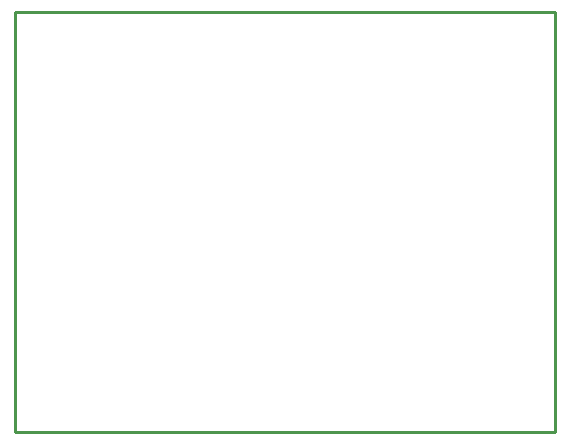
<source format=gm1>
G04*
G04 #@! TF.GenerationSoftware,Altium Limited,CircuitMaker,2.2.1 (2.2.1.6)*
G04*
G04 Layer_Color=16740166*
%FSAX24Y24*%
%MOIN*%
G70*
G04*
G04 #@! TF.SameCoordinates,15A7914E-F671-45A4-99F6-4AAA3CFDCD00*
G04*
G04*
G04 #@! TF.FilePolarity,Positive*
G04*
G01*
G75*
%ADD14C,0.0100*%
D14*
X017000Y010800D02*
Y024800D01*
Y010800D02*
X035000D01*
Y024800D01*
X017000D02*
X035000D01*
M02*

</source>
